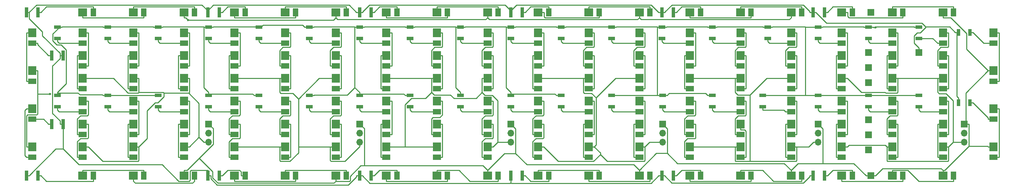
<source format=gbr>
G04 #@! TF.GenerationSoftware,KiCad,Pcbnew,5.1.3-ffb9f22~84~ubuntu18.04.1*
G04 #@! TF.CreationDate,2019-07-30T21:27:14-07:00*
G04 #@! TF.ProjectId,Blinkers,426c696e-6b65-4727-932e-6b696361645f,rev?*
G04 #@! TF.SameCoordinates,Original*
G04 #@! TF.FileFunction,Copper,L1,Top*
G04 #@! TF.FilePolarity,Positive*
%FSLAX46Y46*%
G04 Gerber Fmt 4.6, Leading zero omitted, Abs format (unit mm)*
G04 Created by KiCad (PCBNEW 5.1.3-ffb9f22~84~ubuntu18.04.1) date 2019-07-30 21:27:14*
%MOMM*%
%LPD*%
G04 APERTURE LIST*
%ADD10R,1.700000X0.900000*%
%ADD11R,0.900000X1.700000*%
%ADD12R,1.700000X1.700000*%
%ADD13O,1.700000X1.700000*%
%ADD14R,0.900000X2.540000*%
%ADD15R,2.300000X2.100000*%
%ADD16R,1.400000X2.100000*%
%ADD17R,2.100000X2.300000*%
%ADD18R,2.100000X1.400000*%
%ADD19C,0.600000*%
%ADD20C,0.250000*%
G04 APERTURE END LIST*
D10*
X241300000Y-106138000D03*
X241300000Y-109038000D03*
X241300000Y-88812500D03*
X241300000Y-91712500D03*
X228600000Y-106138000D03*
X228600000Y-109038000D03*
X228600000Y-88812500D03*
X228600000Y-91712500D03*
X215900000Y-106138000D03*
X215900000Y-109038000D03*
X215900000Y-88812500D03*
X215900000Y-91712500D03*
X201930000Y-106138000D03*
X201930000Y-109038000D03*
X203200000Y-88812500D03*
X203200000Y-91712500D03*
X189230000Y-106138000D03*
X189230000Y-109038000D03*
X189230000Y-88812500D03*
X189230000Y-91712500D03*
X176710000Y-106138000D03*
X176710000Y-109038000D03*
X176530000Y-88812500D03*
X176530000Y-91712500D03*
X163830000Y-106138000D03*
X163830000Y-109038000D03*
X163830000Y-91712500D03*
X163830000Y-88812500D03*
X151130000Y-106138000D03*
X151130000Y-109038000D03*
X151130000Y-88812500D03*
X151130000Y-91712500D03*
X138430000Y-106138000D03*
X138430000Y-109038000D03*
X138430000Y-88812500D03*
X138430000Y-91712500D03*
D11*
X251280000Y-107950000D03*
X254180000Y-107950000D03*
X251280000Y-90170000D03*
X254180000Y-90170000D03*
D10*
X125730000Y-106138000D03*
X125730000Y-109038000D03*
X125730000Y-88812500D03*
X125730000Y-91712500D03*
X113030000Y-106138000D03*
X113030000Y-109038000D03*
X113030000Y-88812500D03*
X113030000Y-91712500D03*
X100330000Y-106138000D03*
X100330000Y-109038000D03*
X100330000Y-88812500D03*
X100330000Y-91712500D03*
X87630000Y-106138000D03*
X87630000Y-109038000D03*
X87630000Y-88812500D03*
X87630000Y-91712500D03*
X74930000Y-106138000D03*
X74930000Y-109038000D03*
X74930000Y-88812500D03*
X74930000Y-91712500D03*
X62230000Y-106138000D03*
X62230000Y-109038000D03*
X62230000Y-88812500D03*
X62230000Y-91712500D03*
X49530000Y-106138000D03*
X49530000Y-109038000D03*
X49530000Y-88812500D03*
X49530000Y-91712500D03*
X36830000Y-106138000D03*
X36830000Y-109038000D03*
X36830000Y-88812500D03*
X36830000Y-91712500D03*
X24130000Y-106138000D03*
X24130000Y-109038000D03*
X24130000Y-88812500D03*
X24130000Y-91712500D03*
D12*
X241300000Y-95250000D03*
X228600000Y-116070000D03*
X228600000Y-112260000D03*
X228600000Y-99060000D03*
X228600000Y-95250000D03*
X62230000Y-113362000D03*
D13*
X62230000Y-115648000D03*
X62230000Y-117934000D03*
D14*
X22680000Y-96037500D03*
X25580000Y-96037500D03*
X22680000Y-113362000D03*
X25580000Y-113362000D03*
X19230000Y-85090000D03*
X16330000Y-85090000D03*
X19230000Y-126470000D03*
X16330000Y-126470000D03*
X64950000Y-85090000D03*
X62050000Y-85090000D03*
X64950000Y-126470000D03*
X62050000Y-126470000D03*
X103230000Y-85090000D03*
X100330000Y-85090000D03*
X103230000Y-126470000D03*
X100330000Y-126470000D03*
X141330000Y-85090000D03*
X138430000Y-85090000D03*
X141330000Y-126470000D03*
X138430000Y-126470000D03*
X179430000Y-85090000D03*
X176530000Y-85090000D03*
X179430000Y-126470000D03*
X176530000Y-126470000D03*
X217530000Y-85090000D03*
X214630000Y-85090000D03*
X217530000Y-126470000D03*
X214630000Y-126470000D03*
D15*
X196378000Y-85090000D03*
D16*
X199028000Y-85090000D03*
D17*
X17780000Y-90262500D03*
D18*
X17780000Y-92912500D03*
D17*
X17780000Y-99887500D03*
D18*
X17780000Y-102537500D03*
D17*
X17780000Y-109512000D03*
D18*
X17780000Y-112162000D03*
D17*
X17780000Y-119138000D03*
D18*
X17780000Y-121788000D03*
D15*
X30537000Y-85090000D03*
D16*
X33187000Y-85090000D03*
D15*
X30537000Y-126470000D03*
D16*
X33187000Y-126470000D03*
D15*
X43294000Y-85090000D03*
D16*
X45944000Y-85090000D03*
D15*
X43294000Y-126470000D03*
D16*
X45944000Y-126470000D03*
D15*
X56051000Y-85090000D03*
D16*
X58701000Y-85090000D03*
D15*
X56051000Y-126470000D03*
D16*
X58701000Y-126470000D03*
D15*
X68808000Y-85090000D03*
D16*
X71458000Y-85090000D03*
D15*
X68808000Y-126470000D03*
D16*
X71458000Y-126470000D03*
D15*
X81565000Y-85090000D03*
D16*
X84215000Y-85090000D03*
D15*
X81565000Y-126470000D03*
D16*
X84215000Y-126470000D03*
D15*
X94322000Y-85090000D03*
D16*
X96972000Y-85090000D03*
D15*
X94322000Y-126470000D03*
D16*
X96972000Y-126470000D03*
D15*
X107079000Y-85090000D03*
D16*
X109729000Y-85090000D03*
D15*
X107079000Y-126470000D03*
D16*
X109729000Y-126470000D03*
D15*
X119836000Y-85090000D03*
D16*
X122486000Y-85090000D03*
D15*
X119836000Y-126470000D03*
D16*
X122486000Y-126470000D03*
D15*
X132593000Y-85090000D03*
D16*
X135243000Y-85090000D03*
D15*
X132593000Y-126470000D03*
D16*
X135243000Y-126470000D03*
D17*
X260160000Y-90262500D03*
D18*
X260160000Y-92912500D03*
D17*
X260160000Y-99887500D03*
D18*
X260160000Y-102537500D03*
D17*
X260160000Y-109512000D03*
D18*
X260160000Y-112162000D03*
D15*
X145350000Y-85090000D03*
D16*
X148000000Y-85090000D03*
D15*
X145350000Y-126470000D03*
D16*
X148000000Y-126470000D03*
D15*
X158107000Y-85090000D03*
D16*
X160757000Y-85090000D03*
D15*
X158107000Y-126470000D03*
D16*
X160757000Y-126470000D03*
D15*
X170864000Y-85090000D03*
D16*
X173514000Y-85090000D03*
D15*
X170864000Y-126470000D03*
D16*
X173514000Y-126470000D03*
D15*
X183621000Y-85090000D03*
D16*
X186271000Y-85090000D03*
D15*
X183621000Y-126470000D03*
D16*
X186271000Y-126470000D03*
D15*
X196378000Y-126470000D03*
D16*
X199028000Y-126470000D03*
D15*
X209135000Y-85090000D03*
D16*
X211785000Y-85090000D03*
D15*
X209135000Y-126470000D03*
D16*
X211785000Y-126470000D03*
D15*
X221892000Y-85090000D03*
D16*
X224542000Y-85090000D03*
D15*
X221892000Y-126470000D03*
D16*
X224542000Y-126470000D03*
D15*
X234649000Y-85090000D03*
D16*
X237299000Y-85090000D03*
D15*
X234649000Y-126470000D03*
D16*
X237299000Y-126470000D03*
D15*
X247406000Y-85090000D03*
D16*
X250056000Y-85090000D03*
D15*
X247406000Y-126470000D03*
D16*
X250056000Y-126470000D03*
D17*
X260160000Y-119138000D03*
D18*
X260160000Y-121788000D03*
D17*
X247406000Y-119138000D03*
D18*
X247406000Y-121788000D03*
X234649000Y-121788000D03*
D17*
X234649000Y-119138000D03*
D18*
X221892000Y-121788000D03*
D17*
X221892000Y-119138000D03*
D18*
X209135000Y-121788000D03*
D17*
X209135000Y-119138000D03*
D18*
X196378000Y-121788000D03*
D17*
X196378000Y-119138000D03*
D18*
X183621000Y-121788000D03*
D17*
X183621000Y-119138000D03*
D18*
X170864000Y-121788000D03*
D17*
X170864000Y-119138000D03*
D18*
X158107000Y-121788000D03*
D17*
X158107000Y-119138000D03*
D18*
X145350000Y-121788000D03*
D17*
X145350000Y-119138000D03*
D18*
X132593000Y-121788000D03*
D17*
X132593000Y-119138000D03*
D18*
X119836000Y-121788000D03*
D17*
X119836000Y-119138000D03*
D18*
X107079000Y-121788000D03*
D17*
X107079000Y-119138000D03*
D18*
X94322000Y-121788000D03*
D17*
X94322000Y-119138000D03*
D18*
X81565000Y-121788000D03*
D17*
X81565000Y-119138000D03*
D18*
X68808000Y-121788000D03*
D17*
X68808000Y-119138000D03*
D18*
X56051000Y-121788000D03*
D17*
X56051000Y-119138000D03*
D18*
X43294000Y-121788000D03*
D17*
X43294000Y-119138000D03*
X30537000Y-119138000D03*
D18*
X30537000Y-121788000D03*
D17*
X247406000Y-113362000D03*
D18*
X247406000Y-116012000D03*
X234649000Y-116012000D03*
D17*
X234649000Y-113362000D03*
D18*
X221892000Y-116012000D03*
D17*
X221892000Y-113362000D03*
D18*
X209135000Y-116012000D03*
D17*
X209135000Y-113362000D03*
D18*
X196378000Y-116012000D03*
D17*
X196378000Y-113362000D03*
D18*
X183621000Y-116012000D03*
D17*
X183621000Y-113362000D03*
D18*
X170864000Y-116012000D03*
D17*
X170864000Y-113362000D03*
D18*
X158107000Y-116012000D03*
D17*
X158107000Y-113362000D03*
D18*
X145350000Y-116012000D03*
D17*
X145350000Y-113362000D03*
D18*
X132593000Y-116012000D03*
D17*
X132593000Y-113362000D03*
D18*
X119836000Y-116012000D03*
D17*
X119836000Y-113362000D03*
D18*
X107079000Y-116012000D03*
D17*
X107079000Y-113362000D03*
D18*
X94322000Y-116012000D03*
D17*
X94322000Y-113362000D03*
D18*
X81565000Y-116012000D03*
D17*
X81565000Y-113362000D03*
D18*
X68808000Y-116012000D03*
D17*
X68808000Y-113362000D03*
D18*
X56051000Y-116012000D03*
D17*
X56051000Y-113362000D03*
D18*
X43294000Y-116012000D03*
D17*
X43294000Y-113362000D03*
X30537000Y-113362000D03*
D18*
X30537000Y-116012000D03*
D17*
X247406000Y-107588000D03*
D18*
X247406000Y-110238000D03*
X234649000Y-110238000D03*
D17*
X234649000Y-107588000D03*
D18*
X221892000Y-110238000D03*
D17*
X221892000Y-107588000D03*
D18*
X209135000Y-110238000D03*
D17*
X209135000Y-107588000D03*
D18*
X196378000Y-110238000D03*
D17*
X196378000Y-107588000D03*
D18*
X183621000Y-110238000D03*
D17*
X183621000Y-107588000D03*
D18*
X170864000Y-110238000D03*
D17*
X170864000Y-107588000D03*
D18*
X158107000Y-110238000D03*
D17*
X158107000Y-107588000D03*
D18*
X145350000Y-110238000D03*
D17*
X145350000Y-107588000D03*
D18*
X132593000Y-110238000D03*
D17*
X132593000Y-107588000D03*
D18*
X119836000Y-110238000D03*
D17*
X119836000Y-107588000D03*
D18*
X107079000Y-110238000D03*
D17*
X107079000Y-107588000D03*
D18*
X94322000Y-110238000D03*
D17*
X94322000Y-107588000D03*
D18*
X81565000Y-110238000D03*
D17*
X81565000Y-107588000D03*
D18*
X68808000Y-110238000D03*
D17*
X68808000Y-107588000D03*
D18*
X56051000Y-110238000D03*
D17*
X56051000Y-107588000D03*
D18*
X43294000Y-110238000D03*
D17*
X43294000Y-107588000D03*
D18*
X30537000Y-110238000D03*
D17*
X30537000Y-107588000D03*
D18*
X247406000Y-104462000D03*
D17*
X247406000Y-101812000D03*
D18*
X234649000Y-104462000D03*
D17*
X234649000Y-101812000D03*
D18*
X221892000Y-104462000D03*
D17*
X221892000Y-101812000D03*
D18*
X209135000Y-104462000D03*
D17*
X209135000Y-101812000D03*
D18*
X196378000Y-104462000D03*
D17*
X196378000Y-101812000D03*
D18*
X183621000Y-104462000D03*
D17*
X183621000Y-101812000D03*
D18*
X170864000Y-104462000D03*
D17*
X170864000Y-101812000D03*
D18*
X158107000Y-104462000D03*
D17*
X158107000Y-101812000D03*
D18*
X145350000Y-104462000D03*
D17*
X145350000Y-101812000D03*
D18*
X132593000Y-104462000D03*
D17*
X132593000Y-101812000D03*
D18*
X119836000Y-104462000D03*
D17*
X119836000Y-101812000D03*
D18*
X107079000Y-104462000D03*
D17*
X107079000Y-101812000D03*
D18*
X94322000Y-104462000D03*
D17*
X94322000Y-101812000D03*
D18*
X81565000Y-104462000D03*
D17*
X81565000Y-101812000D03*
D18*
X68808000Y-104462000D03*
D17*
X68808000Y-101812000D03*
D18*
X56051000Y-104462000D03*
D17*
X56051000Y-101812000D03*
D18*
X43294000Y-104462000D03*
D17*
X43294000Y-101812000D03*
D18*
X30537000Y-104462000D03*
D17*
X30537000Y-101812000D03*
D18*
X247406000Y-98687500D03*
D17*
X247406000Y-96037500D03*
D18*
X234649000Y-98687500D03*
D17*
X234649000Y-96037500D03*
D18*
X221892000Y-98687500D03*
D17*
X221892000Y-96037500D03*
D18*
X209135000Y-98687500D03*
D17*
X209135000Y-96037500D03*
D18*
X196378000Y-98687500D03*
D17*
X196378000Y-96037500D03*
D18*
X183621000Y-98687500D03*
D17*
X183621000Y-96037500D03*
D18*
X170864000Y-98687500D03*
D17*
X170864000Y-96037500D03*
D18*
X158107000Y-98687500D03*
D17*
X158107000Y-96037500D03*
D18*
X145350000Y-98687500D03*
D17*
X145350000Y-96037500D03*
D18*
X132593000Y-98687500D03*
D17*
X132593000Y-96037500D03*
D18*
X119836000Y-98687500D03*
D17*
X119836000Y-96037500D03*
D18*
X107079000Y-98687500D03*
D17*
X107079000Y-96037500D03*
D18*
X94322000Y-98687500D03*
D17*
X94322000Y-96037500D03*
D18*
X81565000Y-98687500D03*
D17*
X81565000Y-96037500D03*
D18*
X68808000Y-98687500D03*
D17*
X68808000Y-96037500D03*
D18*
X56051000Y-98687500D03*
D17*
X56051000Y-96037500D03*
D18*
X43294000Y-98687500D03*
D17*
X43294000Y-96037500D03*
D18*
X30537000Y-98687500D03*
D17*
X30537000Y-96037500D03*
D18*
X247406000Y-92912500D03*
D17*
X247406000Y-90262500D03*
D18*
X234649000Y-92912500D03*
D17*
X234649000Y-90262500D03*
D18*
X221892000Y-92912500D03*
D17*
X221892000Y-90262500D03*
D18*
X209135000Y-92912500D03*
D17*
X209135000Y-90262500D03*
D18*
X196378000Y-92912500D03*
D17*
X196378000Y-90262500D03*
D18*
X183621000Y-92912500D03*
D17*
X183621000Y-90262500D03*
D18*
X170864000Y-92912500D03*
D17*
X170864000Y-90262500D03*
D18*
X158107000Y-92912500D03*
D17*
X158107000Y-90262500D03*
D18*
X145350000Y-92912500D03*
D17*
X145350000Y-90262500D03*
D18*
X132593000Y-92912500D03*
D17*
X132593000Y-90262500D03*
D18*
X119836000Y-92912500D03*
D17*
X119836000Y-90262500D03*
D18*
X107079000Y-92912500D03*
D17*
X107079000Y-90262500D03*
D18*
X94322000Y-92912500D03*
D17*
X94322000Y-90262500D03*
D18*
X81565000Y-92912500D03*
D17*
X81565000Y-90262500D03*
D18*
X68808000Y-92912500D03*
D17*
X68808000Y-90262500D03*
D18*
X56051000Y-92912500D03*
D17*
X56051000Y-90262500D03*
D18*
X43294000Y-92912500D03*
D17*
X43294000Y-90262500D03*
X30537000Y-90262500D03*
D18*
X30537000Y-92912500D03*
D12*
X229200000Y-85090000D03*
X229200000Y-126470000D03*
X228600000Y-119880000D03*
D13*
X100330000Y-117934000D03*
X100330000Y-115648000D03*
D12*
X100330000Y-113362000D03*
D13*
X138430000Y-117934000D03*
X138430000Y-115648000D03*
D12*
X138430000Y-113362000D03*
X228600000Y-102870000D03*
D13*
X176710000Y-117934000D03*
X176710000Y-115648000D03*
D12*
X176710000Y-113362000D03*
D13*
X215900000Y-117934000D03*
X215900000Y-115648000D03*
D12*
X215900000Y-113362000D03*
D13*
X252730000Y-117934000D03*
X252730000Y-115648000D03*
D12*
X252730000Y-113362000D03*
D19*
X22281600Y-105779300D03*
X57059700Y-87042400D03*
X230378900Y-88928400D03*
D20*
X30537000Y-90262500D02*
X31912300Y-90262500D01*
X30537000Y-98687500D02*
X31912300Y-98687500D01*
X31912300Y-98687500D02*
X31912300Y-90262500D01*
X24130000Y-91712500D02*
X24130000Y-92487800D01*
X30537000Y-92912500D02*
X24554700Y-92912500D01*
X24554700Y-92912500D02*
X24130000Y-92487800D01*
X30537000Y-119138000D02*
X31912300Y-119138000D01*
X44669300Y-119138000D02*
X44669300Y-122655600D01*
X44669300Y-122655600D02*
X44511500Y-122813400D01*
X44511500Y-122813400D02*
X35587700Y-122813400D01*
X35587700Y-122813400D02*
X31912300Y-119138000D01*
X44556700Y-119138000D02*
X44669300Y-119138000D01*
X43294000Y-119138000D02*
X44556700Y-119138000D01*
X59842500Y-116721800D02*
X61054700Y-117934000D01*
X57226900Y-105530900D02*
X59842500Y-108146500D01*
X59842500Y-108146500D02*
X59842500Y-116721800D01*
X57426300Y-119138000D02*
X59842500Y-116721800D01*
X56051000Y-119138000D02*
X57426300Y-119138000D01*
X62230000Y-117934000D02*
X61054700Y-117934000D01*
X51024000Y-105530900D02*
X50843900Y-105350800D01*
X50843900Y-105350800D02*
X44669300Y-105350800D01*
X44669300Y-119138000D02*
X46737200Y-117070100D01*
X46737200Y-117070100D02*
X46737200Y-110017000D01*
X46737200Y-110017000D02*
X48810200Y-107944000D01*
X48810200Y-107944000D02*
X49502100Y-107944000D01*
X49502100Y-107944000D02*
X51024000Y-106422100D01*
X51024000Y-106422100D02*
X51024000Y-105530900D01*
X51024000Y-105530900D02*
X57226900Y-105530900D01*
X57226900Y-105530900D02*
X57426300Y-105331500D01*
X57426300Y-105331500D02*
X57426300Y-101812000D01*
X44669300Y-105350800D02*
X44669300Y-101812000D01*
X30537000Y-101812000D02*
X38299600Y-101812000D01*
X38299600Y-101812000D02*
X41975000Y-105487400D01*
X41975000Y-105487400D02*
X44532700Y-105487400D01*
X44532700Y-105487400D02*
X44669300Y-105350800D01*
X43294000Y-101812000D02*
X44669300Y-101812000D01*
X56051000Y-101812000D02*
X57426300Y-101812000D01*
X101511700Y-123929400D02*
X131427700Y-123929400D01*
X131427700Y-123929400D02*
X132593000Y-125094700D01*
X101511700Y-123929400D02*
X101511700Y-114543700D01*
X101511700Y-114543700D02*
X100330000Y-113362000D01*
X94322000Y-127845300D02*
X97806800Y-127845300D01*
X97806800Y-127845300D02*
X97997300Y-127654800D01*
X97997300Y-127654800D02*
X97997300Y-126580300D01*
X97997300Y-126580300D02*
X100648200Y-123929400D01*
X100648200Y-123929400D02*
X101511700Y-123929400D01*
X139649000Y-120820200D02*
X136867500Y-120820200D01*
X136867500Y-120820200D02*
X132593000Y-125094700D01*
X170864000Y-125094800D02*
X169435700Y-123666500D01*
X169435700Y-123666500D02*
X142495300Y-123666500D01*
X142495300Y-123666500D02*
X139649000Y-120820200D01*
X139649000Y-120820200D02*
X139649000Y-114581000D01*
X139649000Y-114581000D02*
X138430000Y-113362000D01*
X132593000Y-126470000D02*
X132593000Y-125094700D01*
X170864000Y-125094800D02*
X170864000Y-125094700D01*
X170864000Y-126470000D02*
X170864000Y-125207300D01*
X170864000Y-125207300D02*
X170864000Y-125094800D01*
X170864000Y-86465300D02*
X170413600Y-86915700D01*
X170413600Y-86915700D02*
X133043400Y-86915700D01*
X133043400Y-86915700D02*
X132593000Y-86465300D01*
X59873200Y-122035200D02*
X63275600Y-125437600D01*
X63275600Y-125437600D02*
X63275600Y-126996000D01*
X63275600Y-126996000D02*
X64620600Y-128341000D01*
X64620600Y-128341000D02*
X93826300Y-128341000D01*
X93826300Y-128341000D02*
X94322000Y-127845300D01*
X59873200Y-122035200D02*
X56813700Y-125094700D01*
X56813700Y-125094700D02*
X56051000Y-125094700D01*
X62230000Y-113362000D02*
X63408200Y-114540200D01*
X63408200Y-114540200D02*
X63408200Y-118500200D01*
X63408200Y-118500200D02*
X59873200Y-122035200D01*
X56051000Y-126470000D02*
X56051000Y-125094700D01*
X177927000Y-120806700D02*
X175152000Y-120806700D01*
X175152000Y-120806700D02*
X170864000Y-125094700D01*
X209135000Y-125094700D02*
X207415700Y-123375400D01*
X207415700Y-123375400D02*
X180495700Y-123375400D01*
X180495700Y-123375400D02*
X177927000Y-120806700D01*
X177927000Y-120806700D02*
X177927000Y-114579000D01*
X177927000Y-114579000D02*
X176710000Y-113362000D01*
X217101500Y-123375400D02*
X210854300Y-123375400D01*
X210854300Y-123375400D02*
X209135000Y-125094700D01*
X209135000Y-86465300D02*
X208684600Y-86915700D01*
X208684600Y-86915700D02*
X171314400Y-86915700D01*
X171314400Y-86915700D02*
X170864000Y-86465300D01*
X94322000Y-86465300D02*
X94772400Y-86915700D01*
X94772400Y-86915700D02*
X132142600Y-86915700D01*
X132142600Y-86915700D02*
X132593000Y-86465300D01*
X132593000Y-85090000D02*
X132593000Y-86465300D01*
X57059700Y-87042400D02*
X93744900Y-87042400D01*
X93744900Y-87042400D02*
X94322000Y-86465300D01*
X170864000Y-85090000D02*
X170864000Y-86465300D01*
X209135000Y-85090000D02*
X209135000Y-86465300D01*
X94322000Y-126470000D02*
X94322000Y-127845300D01*
X247406000Y-125094700D02*
X246955700Y-124644400D01*
X246955700Y-124644400D02*
X232200900Y-124644400D01*
X232200900Y-124644400D02*
X230375300Y-126470000D01*
X228024700Y-126470000D02*
X224930100Y-123375400D01*
X224930100Y-123375400D02*
X217101500Y-123375400D01*
X217101500Y-123375400D02*
X217101500Y-114563500D01*
X217101500Y-114563500D02*
X215900000Y-113362000D01*
X209135000Y-126470000D02*
X209135000Y-125094700D01*
X56051000Y-86465300D02*
X56482600Y-86465300D01*
X56482600Y-86465300D02*
X57059700Y-87042400D01*
X94322000Y-85090000D02*
X94322000Y-86465300D01*
X19155300Y-105779300D02*
X22281600Y-105779300D01*
X19155300Y-105779300D02*
X19155300Y-110834300D01*
X19155300Y-110834300D02*
X18927600Y-111062000D01*
X18927600Y-111062000D02*
X16642200Y-111062000D01*
X16642200Y-111062000D02*
X16404700Y-111299500D01*
X16404700Y-111299500D02*
X16404700Y-119138000D01*
X19155300Y-99887500D02*
X19155300Y-105779300D01*
X247406000Y-85090000D02*
X247406000Y-86465300D01*
X247406000Y-86465300D02*
X249347900Y-86465300D01*
X249347900Y-86465300D02*
X253355000Y-90472400D01*
X253355000Y-90472400D02*
X253355000Y-94457800D01*
X253355000Y-94457800D02*
X258784700Y-99887500D01*
X260160000Y-99887500D02*
X258784700Y-99887500D01*
X253180000Y-113362000D02*
X253180000Y-105492200D01*
X253180000Y-105492200D02*
X258784700Y-99887500D01*
X253180000Y-113362000D02*
X253905300Y-113362000D01*
X252730000Y-113362000D02*
X253180000Y-113362000D01*
X229200000Y-126470000D02*
X230375300Y-126470000D01*
X253905300Y-119011100D02*
X247821700Y-125094700D01*
X247821700Y-125094700D02*
X247406000Y-125094700D01*
X229200000Y-126470000D02*
X228024700Y-126470000D01*
X56051000Y-85090000D02*
X56051000Y-86465300D01*
X17780000Y-119138000D02*
X16404700Y-119138000D01*
X17780000Y-99887500D02*
X19155300Y-99887500D01*
X258784700Y-119138000D02*
X258657800Y-119011100D01*
X258657800Y-119011100D02*
X253905300Y-119011100D01*
X253905300Y-119011100D02*
X253905300Y-113362000D01*
X247406000Y-126470000D02*
X247406000Y-125094700D01*
X260160000Y-119138000D02*
X258784700Y-119138000D01*
X137254700Y-88812500D02*
X137229300Y-88787100D01*
X137229300Y-88787100D02*
X126930700Y-88787100D01*
X126930700Y-88787100D02*
X126905300Y-88812500D01*
X137254700Y-88812500D02*
X137254700Y-104187400D01*
X137254700Y-104187400D02*
X138430000Y-105362700D01*
X125730000Y-88812500D02*
X126905300Y-88812500D01*
X24180300Y-105362700D02*
X24180300Y-105414100D01*
X24180300Y-105414100D02*
X24253400Y-105487200D01*
X24253400Y-105487200D02*
X29352100Y-105487200D01*
X29352100Y-105487200D02*
X29802700Y-105937800D01*
X29802700Y-105937800D02*
X35454500Y-105937800D01*
X35454500Y-105937800D02*
X35654700Y-106138000D01*
X24717700Y-88812500D02*
X22954600Y-90575600D01*
X22954600Y-90575600D02*
X22954600Y-92302600D01*
X22954600Y-92302600D02*
X24014900Y-93362900D01*
X24014900Y-93362900D02*
X25112100Y-93362900D01*
X25112100Y-93362900D02*
X26355400Y-94606200D01*
X26355400Y-94606200D02*
X26355400Y-103187600D01*
X26355400Y-103187600D02*
X24180300Y-105362700D01*
X24180300Y-105362700D02*
X24130000Y-105362700D01*
X36830000Y-106138000D02*
X35654700Y-106138000D01*
X24130000Y-106138000D02*
X24130000Y-105362700D01*
X24717700Y-88812500D02*
X25305300Y-88812500D01*
X24130000Y-88812500D02*
X24717700Y-88812500D01*
X228600000Y-106112600D02*
X240099300Y-106112600D01*
X240099300Y-106112600D02*
X240124700Y-106138000D01*
X212717400Y-88812500D02*
X212692000Y-88787100D01*
X212692000Y-88787100D02*
X204400700Y-88787100D01*
X204400700Y-88787100D02*
X204375300Y-88812500D01*
X212717400Y-106112600D02*
X212717400Y-88812500D01*
X212717400Y-88812500D02*
X214724700Y-88812500D01*
X212717400Y-106112600D02*
X214699300Y-106112600D01*
X214699300Y-106112600D02*
X214724700Y-106138000D01*
X203105300Y-106138000D02*
X203130700Y-106112600D01*
X203130700Y-106112600D02*
X212717400Y-106112600D01*
X215900000Y-106138000D02*
X214724700Y-106138000D01*
X201930000Y-106138000D02*
X203105300Y-106138000D01*
X215900000Y-88812500D02*
X214724700Y-88812500D01*
X203200000Y-88812500D02*
X204375300Y-88812500D01*
X202612400Y-88812500D02*
X203200000Y-88812500D01*
X202612400Y-88812500D02*
X202024700Y-88812500D01*
X215900000Y-88812500D02*
X217075300Y-88812500D01*
X217075300Y-88812500D02*
X217152800Y-88735000D01*
X217152800Y-88735000D02*
X227347200Y-88735000D01*
X227347200Y-88735000D02*
X227424700Y-88812500D01*
X125198700Y-88812500D02*
X125730000Y-88812500D01*
X151130000Y-88812500D02*
X152305300Y-88812500D01*
X164417700Y-88812500D02*
X164392300Y-88787100D01*
X164392300Y-88787100D02*
X152330700Y-88787100D01*
X152330700Y-88787100D02*
X152305300Y-88812500D01*
X164417700Y-88812500D02*
X165005300Y-88812500D01*
X163830000Y-88812500D02*
X164417700Y-88812500D01*
X175354700Y-88812500D02*
X175329300Y-88787100D01*
X175329300Y-88787100D02*
X165030700Y-88787100D01*
X165030700Y-88787100D02*
X165005300Y-88812500D01*
X175354700Y-88812500D02*
X175354700Y-106112600D01*
X241300000Y-106138000D02*
X240124700Y-106138000D01*
X217075300Y-106138000D02*
X217100700Y-106112600D01*
X217100700Y-106112600D02*
X228600000Y-106112600D01*
X230378900Y-88928400D02*
X230520200Y-88787100D01*
X230520200Y-88787100D02*
X240099300Y-88787100D01*
X240099300Y-88787100D02*
X240124700Y-88812500D01*
X230378900Y-88928400D02*
X229891200Y-88928400D01*
X229891200Y-88928400D02*
X229775300Y-88812500D01*
X241300000Y-88812500D02*
X240124700Y-88812500D01*
X228600000Y-88812500D02*
X229775300Y-88812500D01*
X151130000Y-106138000D02*
X149954700Y-106138000D01*
X138430000Y-105750300D02*
X149567000Y-105750300D01*
X149567000Y-105750300D02*
X149954700Y-106138000D01*
X138430000Y-105750300D02*
X138430000Y-105362700D01*
X138430000Y-106138000D02*
X138430000Y-105750300D01*
X125198700Y-88812500D02*
X124667300Y-88812500D01*
X113030000Y-106138000D02*
X111854700Y-106138000D01*
X100330000Y-105750300D02*
X111467000Y-105750300D01*
X111467000Y-105750300D02*
X111854700Y-106138000D01*
X100330000Y-105750300D02*
X100330000Y-105362700D01*
X100330000Y-106138000D02*
X100330000Y-105750300D01*
X87630000Y-106138000D02*
X88805300Y-106138000D01*
X99102400Y-104135100D02*
X100330000Y-105362700D01*
X99102400Y-88812500D02*
X99102400Y-104135100D01*
X88805300Y-106138000D02*
X88918300Y-106025000D01*
X88918300Y-106025000D02*
X97212500Y-106025000D01*
X97212500Y-106025000D02*
X99102400Y-104135100D01*
X99102400Y-88812500D02*
X99042900Y-88753000D01*
X99042900Y-88753000D02*
X88864800Y-88753000D01*
X88864800Y-88753000D02*
X88805300Y-88812500D01*
X99267300Y-88812500D02*
X99102400Y-88812500D01*
X74930000Y-106138000D02*
X73754700Y-106138000D01*
X62230000Y-105750300D02*
X73367000Y-105750300D01*
X73367000Y-105750300D02*
X73754700Y-106138000D01*
X62230000Y-105750300D02*
X62230000Y-105362700D01*
X62230000Y-106138000D02*
X62230000Y-105750300D01*
X61054700Y-88812500D02*
X61054700Y-104187400D01*
X61054700Y-104187400D02*
X62230000Y-105362700D01*
X50705300Y-88812500D02*
X50730700Y-88787100D01*
X50730700Y-88787100D02*
X61029300Y-88787100D01*
X61029300Y-88787100D02*
X61054700Y-88812500D01*
X138430000Y-88812500D02*
X137254700Y-88812500D01*
X138430000Y-88812500D02*
X139605300Y-88812500D01*
X149954700Y-88812500D02*
X149929400Y-88787200D01*
X149929400Y-88787200D02*
X139630600Y-88787200D01*
X139630600Y-88787200D02*
X139605300Y-88812500D01*
X49530000Y-88812500D02*
X48354700Y-88812500D01*
X36242400Y-88812500D02*
X36267800Y-88787100D01*
X36267800Y-88787100D02*
X48329300Y-88787100D01*
X48329300Y-88787100D02*
X48354700Y-88812500D01*
X36242400Y-88812500D02*
X35654700Y-88812500D01*
X36830000Y-88812500D02*
X36242400Y-88812500D01*
X49530000Y-88812500D02*
X50705300Y-88812500D01*
X25305300Y-88812500D02*
X25330700Y-88787100D01*
X25330700Y-88787100D02*
X35629300Y-88787100D01*
X35629300Y-88787100D02*
X35654700Y-88812500D01*
X100330000Y-88812500D02*
X99267300Y-88812500D01*
X100330000Y-88812500D02*
X101505300Y-88812500D01*
X101505300Y-88812500D02*
X101579100Y-88738700D01*
X101579100Y-88738700D02*
X111780900Y-88738700D01*
X111780900Y-88738700D02*
X111854700Y-88812500D01*
X87630000Y-88812500D02*
X88805300Y-88812500D01*
X75517700Y-88812500D02*
X76009000Y-88321200D01*
X76009000Y-88321200D02*
X85963400Y-88321200D01*
X85963400Y-88321200D02*
X86454700Y-88812500D01*
X87630000Y-88812500D02*
X86454700Y-88812500D01*
X75517700Y-88812500D02*
X75492300Y-88787100D01*
X75492300Y-88787100D02*
X63430700Y-88787100D01*
X63430700Y-88787100D02*
X63405300Y-88812500D01*
X215900000Y-106138000D02*
X217075300Y-106138000D01*
X228600000Y-106138000D02*
X228600000Y-106112600D01*
X189230000Y-88812500D02*
X190405300Y-88812500D01*
X190405300Y-88812500D02*
X190467300Y-88750500D01*
X190467300Y-88750500D02*
X201962700Y-88750500D01*
X201962700Y-88750500D02*
X202024700Y-88812500D01*
X188642400Y-88812500D02*
X189230000Y-88812500D01*
X113030000Y-88812500D02*
X111854700Y-88812500D01*
X113030000Y-88812500D02*
X114205300Y-88812500D01*
X124554700Y-88812500D02*
X124494000Y-88751800D01*
X124494000Y-88751800D02*
X114266000Y-88751800D01*
X114266000Y-88751800D02*
X114205300Y-88812500D01*
X124667300Y-88812500D02*
X124554700Y-88812500D01*
X124554700Y-88812500D02*
X124554700Y-104187400D01*
X124554700Y-104187400D02*
X125730000Y-105362700D01*
X62230000Y-88812500D02*
X61054700Y-88812500D01*
X62230000Y-88812500D02*
X63405300Y-88812500D01*
X74930000Y-88812500D02*
X75517700Y-88812500D01*
X228600000Y-88812500D02*
X227424700Y-88812500D01*
X175354700Y-106112600D02*
X175509300Y-106112600D01*
X175509300Y-106112600D02*
X175534700Y-106138000D01*
X165005300Y-106138000D02*
X165030700Y-106112600D01*
X165030700Y-106112600D02*
X175354700Y-106112600D01*
X125730000Y-106138000D02*
X125730000Y-105362700D01*
X188642400Y-88812500D02*
X188054700Y-88812500D01*
X176710000Y-106138000D02*
X175534700Y-106138000D01*
X176530000Y-88812500D02*
X177705300Y-88812500D01*
X176530000Y-88812500D02*
X175354700Y-88812500D01*
X177705300Y-88812500D02*
X177776600Y-88741200D01*
X177776600Y-88741200D02*
X187983400Y-88741200D01*
X187983400Y-88741200D02*
X188054700Y-88812500D01*
X151130000Y-88812500D02*
X149954700Y-88812500D01*
X49530000Y-106138000D02*
X48354700Y-106138000D01*
X48354700Y-106138000D02*
X48298600Y-106081900D01*
X48298600Y-106081900D02*
X38061400Y-106081900D01*
X38061400Y-106081900D02*
X38005300Y-106138000D01*
X36830000Y-106138000D02*
X38005300Y-106138000D01*
X189230000Y-106138000D02*
X188054700Y-106138000D01*
X176710000Y-106138000D02*
X177885300Y-106138000D01*
X177885300Y-106138000D02*
X178378100Y-105645200D01*
X178378100Y-105645200D02*
X187561900Y-105645200D01*
X187561900Y-105645200D02*
X188054700Y-106138000D01*
X163830000Y-106138000D02*
X165005300Y-106138000D01*
X17780000Y-90262500D02*
X16404700Y-90262500D01*
X17780000Y-102537500D02*
X16404700Y-102537500D01*
X16404700Y-102537500D02*
X16404700Y-90262500D01*
X17780000Y-92912500D02*
X19155300Y-92912500D01*
X22680000Y-96037500D02*
X21904700Y-96037500D01*
X19155300Y-92912500D02*
X19155300Y-93288100D01*
X19155300Y-93288100D02*
X21904700Y-96037500D01*
X16404700Y-109512000D02*
X15954400Y-109962300D01*
X15954400Y-109962300D02*
X15954400Y-121337700D01*
X15954400Y-121337700D02*
X16404700Y-121788000D01*
X17780000Y-109512000D02*
X16404700Y-109512000D01*
X17780000Y-121788000D02*
X16404700Y-121788000D01*
X22680000Y-113362000D02*
X21904700Y-113362000D01*
X17780000Y-112162000D02*
X20704700Y-112162000D01*
X20704700Y-112162000D02*
X21904700Y-113362000D01*
X30537000Y-85090000D02*
X30537000Y-86465300D01*
X45944000Y-85090000D02*
X45944000Y-86465300D01*
X45944000Y-86465300D02*
X30537000Y-86465300D01*
X19230000Y-85090000D02*
X20005300Y-85090000D01*
X33187000Y-85090000D02*
X33187000Y-83714700D01*
X33187000Y-83714700D02*
X21380600Y-83714700D01*
X21380600Y-83714700D02*
X20005300Y-85090000D01*
X30537000Y-126470000D02*
X30537000Y-125094700D01*
X45944000Y-126470000D02*
X45944000Y-125094700D01*
X45944000Y-125094700D02*
X30537000Y-125094700D01*
X19230000Y-126470000D02*
X20005300Y-126470000D01*
X33187000Y-126470000D02*
X33187000Y-127845300D01*
X33187000Y-127845300D02*
X21380600Y-127845300D01*
X21380600Y-127845300D02*
X20005300Y-126470000D01*
X43294000Y-85090000D02*
X43294000Y-83714700D01*
X58701000Y-85090000D02*
X58701000Y-83714700D01*
X58701000Y-83714700D02*
X43294000Y-83714700D01*
X43294000Y-126470000D02*
X43294000Y-127845300D01*
X58701000Y-126470000D02*
X58701000Y-127845300D01*
X58701000Y-127845300D02*
X58209800Y-128336500D01*
X58209800Y-128336500D02*
X43785200Y-128336500D01*
X43785200Y-128336500D02*
X43294000Y-127845300D01*
X68808000Y-101812000D02*
X80189700Y-101812000D01*
X84922700Y-107013900D02*
X90124600Y-101812000D01*
X90124600Y-101812000D02*
X94322000Y-101812000D01*
X84922700Y-119138000D02*
X84922700Y-107013900D01*
X84922700Y-107013900D02*
X83496700Y-105587900D01*
X83496700Y-105587900D02*
X80449200Y-105587900D01*
X80449200Y-105587900D02*
X80189700Y-105328400D01*
X80189700Y-105328400D02*
X80189700Y-101812000D01*
X81565000Y-101812000D02*
X80189700Y-101812000D01*
X100330000Y-117934000D02*
X100330000Y-119109300D01*
X100330000Y-119109300D02*
X96625900Y-122813400D01*
X96625900Y-122813400D02*
X93130500Y-122813400D01*
X93130500Y-122813400D02*
X92946700Y-122629600D01*
X92946700Y-122629600D02*
X92946700Y-119138000D01*
X80189700Y-119138000D02*
X80189700Y-122622900D01*
X80189700Y-122622900D02*
X80380200Y-122813400D01*
X80380200Y-122813400D02*
X82752200Y-122813400D01*
X82752200Y-122813400D02*
X84922700Y-120642900D01*
X84922700Y-120642900D02*
X84922700Y-119138000D01*
X92946700Y-119138000D02*
X84922700Y-119138000D01*
X80189700Y-119138000D02*
X68808000Y-119138000D01*
X81565000Y-119138000D02*
X80189700Y-119138000D01*
X94322000Y-119138000D02*
X92946700Y-119138000D01*
X68808000Y-85090000D02*
X68808000Y-86465300D01*
X84215000Y-85090000D02*
X84215000Y-86465300D01*
X84215000Y-86465300D02*
X68808000Y-86465300D01*
X64950000Y-85090000D02*
X65725300Y-85090000D01*
X71458000Y-85090000D02*
X71458000Y-83714700D01*
X71458000Y-83714700D02*
X67100600Y-83714700D01*
X67100600Y-83714700D02*
X65725300Y-85090000D01*
X68808000Y-126470000D02*
X68808000Y-127845300D01*
X84215000Y-126470000D02*
X84215000Y-127845300D01*
X84215000Y-127845300D02*
X68808000Y-127845300D01*
X64950000Y-126470000D02*
X65725300Y-126470000D01*
X71458000Y-126470000D02*
X70432700Y-126470000D01*
X70432700Y-126470000D02*
X70432700Y-125434600D01*
X70432700Y-125434600D02*
X70066800Y-125068700D01*
X70066800Y-125068700D02*
X67126600Y-125068700D01*
X67126600Y-125068700D02*
X65725300Y-126470000D01*
X81565000Y-85090000D02*
X81565000Y-83714700D01*
X96972000Y-85090000D02*
X96972000Y-83714700D01*
X96972000Y-83714700D02*
X81565000Y-83714700D01*
X81565000Y-126470000D02*
X81565000Y-125094700D01*
X96972000Y-126470000D02*
X96972000Y-125094700D01*
X96972000Y-125094700D02*
X81565000Y-125094700D01*
X111809800Y-119138000D02*
X108454300Y-119138000D01*
X119836000Y-119138000D02*
X111809800Y-119138000D01*
X118460700Y-105366700D02*
X116914000Y-106913400D01*
X116914000Y-106913400D02*
X113359000Y-106913400D01*
X113359000Y-106913400D02*
X111809800Y-108462600D01*
X111809800Y-108462600D02*
X111809800Y-119138000D01*
X118460700Y-105366700D02*
X119119000Y-106025000D01*
X119119000Y-106025000D02*
X123222300Y-106025000D01*
X123222300Y-106025000D02*
X124110700Y-106913400D01*
X124110700Y-106913400D02*
X129698000Y-106913400D01*
X129698000Y-106913400D02*
X131217700Y-105393700D01*
X118460700Y-101812000D02*
X118460700Y-105366700D01*
X107079000Y-101812000D02*
X118460700Y-101812000D01*
X131217700Y-105393700D02*
X131217700Y-101812000D01*
X135172300Y-117934000D02*
X135172300Y-107504200D01*
X135172300Y-107504200D02*
X133780700Y-106112600D01*
X133780700Y-106112600D02*
X131936600Y-106112600D01*
X131936600Y-106112600D02*
X131217700Y-105393700D01*
X135172300Y-117934000D02*
X133968300Y-119138000D01*
X138430000Y-117934000D02*
X135172300Y-117934000D01*
X132593000Y-101812000D02*
X131217700Y-101812000D01*
X119836000Y-101812000D02*
X118460700Y-101812000D01*
X132593000Y-119138000D02*
X133968300Y-119138000D01*
X107079000Y-119138000D02*
X108454300Y-119138000D01*
X107079000Y-85090000D02*
X107079000Y-86465300D01*
X122486000Y-85090000D02*
X122486000Y-86465300D01*
X122486000Y-86465300D02*
X107079000Y-86465300D01*
X103230000Y-85090000D02*
X104005300Y-85090000D01*
X109729000Y-85090000D02*
X109729000Y-83714700D01*
X109729000Y-83714700D02*
X105380600Y-83714700D01*
X105380600Y-83714700D02*
X104005300Y-85090000D01*
X107079000Y-127845300D02*
X122486000Y-127845300D01*
X107079000Y-126470000D02*
X107079000Y-127845300D01*
X122486000Y-126470000D02*
X122486000Y-127845300D01*
X103230000Y-126470000D02*
X104005300Y-126470000D01*
X109729000Y-126470000D02*
X109729000Y-125094700D01*
X109729000Y-125094700D02*
X105380600Y-125094700D01*
X105380600Y-125094700D02*
X104005300Y-126470000D01*
X119836000Y-85090000D02*
X119836000Y-83714700D01*
X135243000Y-85090000D02*
X135243000Y-83714700D01*
X135243000Y-83714700D02*
X119836000Y-83714700D01*
X119836000Y-126470000D02*
X119836000Y-125094700D01*
X135243000Y-126470000D02*
X135243000Y-127845300D01*
X135243000Y-127845300D02*
X128163700Y-127845300D01*
X128163700Y-127845300D02*
X125413100Y-125094700D01*
X125413100Y-125094700D02*
X119836000Y-125094700D01*
X260160000Y-90262500D02*
X261535300Y-90262500D01*
X260160000Y-102537500D02*
X261535300Y-102537500D01*
X261535300Y-102537500D02*
X261535300Y-90262500D01*
X254180000Y-90170000D02*
X254955300Y-90170000D01*
X260160000Y-92912500D02*
X257697800Y-92912500D01*
X257697800Y-92912500D02*
X254955300Y-90170000D01*
X260160000Y-109512000D02*
X261535300Y-109512000D01*
X260160000Y-121788000D02*
X261535300Y-121788000D01*
X261535300Y-121788000D02*
X261535300Y-109512000D01*
X260160000Y-112162000D02*
X258784700Y-112162000D01*
X254180000Y-107950000D02*
X254955300Y-107950000D01*
X258784700Y-112162000D02*
X258784700Y-111779400D01*
X258784700Y-111779400D02*
X254955300Y-107950000D01*
X161059900Y-121071900D02*
X159318400Y-122813400D01*
X159318400Y-122813400D02*
X150400700Y-122813400D01*
X150400700Y-122813400D02*
X146725300Y-119138000D01*
X156731700Y-101812000D02*
X156731700Y-105328400D01*
X156731700Y-105328400D02*
X156991200Y-105587900D01*
X156991200Y-105587900D02*
X158767000Y-105587900D01*
X158767000Y-105587900D02*
X159932700Y-106753600D01*
X159932700Y-106753600D02*
X159932700Y-118687600D01*
X159932700Y-118687600D02*
X159482300Y-119138000D01*
X159932700Y-106753600D02*
X164874300Y-101812000D01*
X164874300Y-101812000D02*
X170864000Y-101812000D01*
X159482300Y-119138000D02*
X161059900Y-120715600D01*
X161059900Y-120715600D02*
X161059900Y-121071900D01*
X172239300Y-119138000D02*
X172239300Y-122655600D01*
X172239300Y-122655600D02*
X172081500Y-122813400D01*
X172081500Y-122813400D02*
X162801400Y-122813400D01*
X162801400Y-122813400D02*
X161059900Y-121071900D01*
X158107000Y-119138000D02*
X159482300Y-119138000D01*
X145350000Y-119138000D02*
X146725300Y-119138000D01*
X172126700Y-119138000D02*
X172239300Y-119138000D01*
X170864000Y-119138000D02*
X172126700Y-119138000D01*
X145350000Y-101812000D02*
X156731700Y-101812000D01*
X158107000Y-101812000D02*
X156731700Y-101812000D01*
X176710000Y-117934000D02*
X173443300Y-117934000D01*
X173443300Y-117934000D02*
X172239300Y-119138000D01*
X160757000Y-85090000D02*
X160757000Y-86465300D01*
X145350000Y-85090000D02*
X146825300Y-85090000D01*
X160757000Y-86465300D02*
X147072400Y-86465300D01*
X147072400Y-86465300D02*
X146825300Y-86218200D01*
X146825300Y-86218200D02*
X146825300Y-85090000D01*
X141330000Y-85090000D02*
X142105300Y-85090000D01*
X148000000Y-85090000D02*
X148000000Y-83714700D01*
X148000000Y-83714700D02*
X143480600Y-83714700D01*
X143480600Y-83714700D02*
X142105300Y-85090000D01*
X145350000Y-126470000D02*
X145350000Y-125094700D01*
X160757000Y-126470000D02*
X160757000Y-125094700D01*
X160757000Y-125094700D02*
X145350000Y-125094700D01*
X141330000Y-126470000D02*
X142105300Y-126470000D01*
X148000000Y-126470000D02*
X148000000Y-127845300D01*
X148000000Y-127845300D02*
X143480600Y-127845300D01*
X143480600Y-127845300D02*
X142105300Y-126470000D01*
X158107000Y-85090000D02*
X158107000Y-83714700D01*
X173514000Y-85090000D02*
X173514000Y-83714700D01*
X173514000Y-83714700D02*
X158107000Y-83714700D01*
X158107000Y-126470000D02*
X158107000Y-127845300D01*
X173514000Y-126470000D02*
X173514000Y-127845300D01*
X173514000Y-127845300D02*
X158107000Y-127845300D01*
X198732900Y-122813300D02*
X195116700Y-122813300D01*
X195116700Y-122813300D02*
X195002700Y-122699300D01*
X195002700Y-122699300D02*
X195002700Y-119138000D01*
X210510300Y-119138000D02*
X210510300Y-122622800D01*
X210510300Y-122622800D02*
X210319800Y-122813300D01*
X210319800Y-122813300D02*
X198732900Y-122813300D01*
X198732900Y-106025000D02*
X198732900Y-122813300D01*
X184996300Y-119138000D02*
X195002700Y-119138000D01*
X196378000Y-119138000D02*
X195002700Y-119138000D01*
X210510300Y-119138000D02*
X213520700Y-119138000D01*
X213520700Y-119138000D02*
X214724700Y-117934000D01*
X209135000Y-119138000D02*
X210510300Y-119138000D01*
X198732900Y-106025000D02*
X195699300Y-106025000D01*
X195699300Y-106025000D02*
X195002700Y-105328400D01*
X195002700Y-105328400D02*
X195002700Y-101812000D01*
X209135000Y-101812000D02*
X202945900Y-101812000D01*
X202945900Y-101812000D02*
X198732900Y-106025000D01*
X183621000Y-119138000D02*
X184996300Y-119138000D01*
X183621000Y-101812000D02*
X195002700Y-101812000D01*
X196378000Y-101812000D02*
X195002700Y-101812000D01*
X215900000Y-117934000D02*
X214724700Y-117934000D01*
X199028000Y-85090000D02*
X199028000Y-86465300D01*
X183621000Y-85090000D02*
X183621000Y-86465300D01*
X183621000Y-86465300D02*
X199028000Y-86465300D01*
X179430000Y-85090000D02*
X180205300Y-85090000D01*
X186271000Y-85090000D02*
X186271000Y-83714700D01*
X186271000Y-83714700D02*
X181580600Y-83714700D01*
X181580600Y-83714700D02*
X180205300Y-85090000D01*
X183621000Y-126470000D02*
X183621000Y-127845300D01*
X199028000Y-126470000D02*
X199028000Y-127845300D01*
X199028000Y-127845300D02*
X183621000Y-127845300D01*
X179430000Y-126470000D02*
X180205300Y-126470000D01*
X186271000Y-126470000D02*
X186271000Y-125094700D01*
X186271000Y-125094700D02*
X181580600Y-125094700D01*
X181580600Y-125094700D02*
X180205300Y-126470000D01*
X196378000Y-85090000D02*
X196378000Y-83714700D01*
X211785000Y-85090000D02*
X211785000Y-83714700D01*
X211785000Y-83714700D02*
X196378000Y-83714700D01*
X196378000Y-126470000D02*
X196378000Y-125094700D01*
X211785000Y-126470000D02*
X211785000Y-127845300D01*
X211785000Y-127845300D02*
X204705700Y-127845300D01*
X204705700Y-127845300D02*
X201955100Y-125094700D01*
X201955100Y-125094700D02*
X196378000Y-125094700D01*
X249985300Y-117934000D02*
X248781300Y-119138000D01*
X252730000Y-117934000D02*
X249985300Y-117934000D01*
X246030700Y-101812000D02*
X246030700Y-105301900D01*
X246030700Y-105301900D02*
X246435600Y-105706800D01*
X246435600Y-105706800D02*
X248190400Y-105706800D01*
X248190400Y-105706800D02*
X249985300Y-107501700D01*
X249985300Y-107501700D02*
X249985300Y-117934000D01*
X236024300Y-101812000D02*
X246030700Y-101812000D01*
X247406000Y-101812000D02*
X246030700Y-101812000D01*
X236024300Y-101812000D02*
X236024300Y-105298200D01*
X236024300Y-105298200D02*
X235835100Y-105487400D01*
X235835100Y-105487400D02*
X232948100Y-105487400D01*
X232948100Y-105487400D02*
X232823300Y-105362600D01*
X232823300Y-105362600D02*
X226817900Y-105362600D01*
X226817900Y-105362600D02*
X223267300Y-101812000D01*
X221892000Y-101812000D02*
X223267300Y-101812000D01*
X234649000Y-101812000D02*
X236024300Y-101812000D01*
X248781300Y-119138000D02*
X248781300Y-122634300D01*
X248781300Y-122634300D02*
X248602200Y-122813400D01*
X248602200Y-122813400D02*
X233389400Y-122813400D01*
X233389400Y-122813400D02*
X233273700Y-122697700D01*
X233273700Y-122697700D02*
X233273700Y-119138000D01*
X223267300Y-119138000D02*
X223708500Y-118696800D01*
X223708500Y-118696800D02*
X232832500Y-118696800D01*
X232832500Y-118696800D02*
X233273700Y-119138000D01*
X234649000Y-119138000D02*
X233273700Y-119138000D01*
X221892000Y-119138000D02*
X223267300Y-119138000D01*
X247406000Y-119138000D02*
X248781300Y-119138000D01*
X237299000Y-85090000D02*
X237299000Y-86465300D01*
X221892000Y-85090000D02*
X223367300Y-85090000D01*
X237299000Y-86465300D02*
X223699100Y-86465300D01*
X223699100Y-86465300D02*
X223367300Y-86133500D01*
X223367300Y-86133500D02*
X223367300Y-85090000D01*
X217530000Y-85090000D02*
X218305300Y-85090000D01*
X224542000Y-85090000D02*
X224542000Y-83714700D01*
X224542000Y-83714700D02*
X219680600Y-83714700D01*
X219680600Y-83714700D02*
X218305300Y-85090000D01*
X221892000Y-126470000D02*
X221892000Y-127845300D01*
X237299000Y-126470000D02*
X237299000Y-127845300D01*
X237299000Y-127845300D02*
X221892000Y-127845300D01*
X217530000Y-126470000D02*
X218305300Y-126470000D01*
X224542000Y-126470000D02*
X224542000Y-125094700D01*
X224542000Y-125094700D02*
X219680600Y-125094700D01*
X219680600Y-125094700D02*
X218305300Y-126470000D01*
X234649000Y-85090000D02*
X234649000Y-83714700D01*
X250056000Y-85090000D02*
X250056000Y-83714700D01*
X250056000Y-83714700D02*
X234649000Y-83714700D01*
X234649000Y-126470000D02*
X234649000Y-125094700D01*
X250056000Y-126470000D02*
X250056000Y-127845300D01*
X250056000Y-127845300D02*
X241316100Y-127845300D01*
X241316100Y-127845300D02*
X238565500Y-125094700D01*
X238565500Y-125094700D02*
X234649000Y-125094700D01*
X30537000Y-104462000D02*
X29161700Y-104462000D01*
X30537000Y-96037500D02*
X29161700Y-96037500D01*
X29161700Y-96037500D02*
X29161700Y-104462000D01*
X24130000Y-109038000D02*
X24130000Y-109813300D01*
X30537000Y-110238000D02*
X24554700Y-110238000D01*
X24554700Y-110238000D02*
X24130000Y-109813300D01*
X30537000Y-116012000D02*
X29161700Y-116012000D01*
X30537000Y-107588000D02*
X31912300Y-107588000D01*
X31912300Y-107588000D02*
X31912300Y-111072800D01*
X31912300Y-111072800D02*
X31721800Y-111263300D01*
X31721800Y-111263300D02*
X29961600Y-111263300D01*
X29961600Y-111263300D02*
X29161700Y-112063200D01*
X29161700Y-112063200D02*
X29161700Y-116012000D01*
X30537000Y-121788000D02*
X29161700Y-121788000D01*
X30537000Y-113362000D02*
X31912300Y-113362000D01*
X31912300Y-113362000D02*
X31912300Y-116846800D01*
X31912300Y-116846800D02*
X31721700Y-117037400D01*
X31721700Y-117037400D02*
X29961600Y-117037400D01*
X29961600Y-117037400D02*
X29161700Y-117837300D01*
X29161700Y-117837300D02*
X29161700Y-121788000D01*
X36830000Y-91712500D02*
X36830000Y-92487800D01*
X43294000Y-92912500D02*
X37254700Y-92912500D01*
X37254700Y-92912500D02*
X36830000Y-92487800D01*
X43294000Y-98687500D02*
X44669300Y-98687500D01*
X43294000Y-90262500D02*
X44669300Y-90262500D01*
X44669300Y-90262500D02*
X44669300Y-98687500D01*
X43294000Y-104462000D02*
X41918700Y-104462000D01*
X43294000Y-96037500D02*
X41918700Y-96037500D01*
X41918700Y-96037500D02*
X41918700Y-104462000D01*
X36830000Y-109038000D02*
X36830000Y-109813300D01*
X43294000Y-110238000D02*
X37254700Y-110238000D01*
X37254700Y-110238000D02*
X36830000Y-109813300D01*
X43294000Y-116012000D02*
X44669300Y-116012000D01*
X43294000Y-107588000D02*
X44669300Y-107588000D01*
X44669300Y-107588000D02*
X44669300Y-116012000D01*
X43294000Y-121788000D02*
X41918700Y-121788000D01*
X43294000Y-113362000D02*
X41918700Y-113362000D01*
X41918700Y-113362000D02*
X41918700Y-121788000D01*
X49530000Y-91712500D02*
X49530000Y-92487800D01*
X56051000Y-92912500D02*
X49954700Y-92912500D01*
X49954700Y-92912500D02*
X49530000Y-92487800D01*
X56051000Y-98687500D02*
X57426300Y-98687500D01*
X56051000Y-90262500D02*
X57426300Y-90262500D01*
X57426300Y-90262500D02*
X57426300Y-98687500D01*
X56051000Y-104462000D02*
X54675700Y-104462000D01*
X56051000Y-96037500D02*
X54675700Y-96037500D01*
X54675700Y-96037500D02*
X54675700Y-104462000D01*
X49530000Y-109038000D02*
X49530000Y-109813300D01*
X56051000Y-110238000D02*
X49954700Y-110238000D01*
X49954700Y-110238000D02*
X49530000Y-109813300D01*
X56051000Y-116012000D02*
X57426300Y-116012000D01*
X56051000Y-107588000D02*
X57426300Y-107588000D01*
X57426300Y-107588000D02*
X57426300Y-116012000D01*
X56051000Y-121788000D02*
X54675700Y-121788000D01*
X56051000Y-113362000D02*
X54675700Y-113362000D01*
X54675700Y-113362000D02*
X54675700Y-121788000D01*
X62230000Y-91712500D02*
X62230000Y-92487800D01*
X68808000Y-92912500D02*
X62654700Y-92912500D01*
X62654700Y-92912500D02*
X62230000Y-92487800D01*
X68808000Y-98687500D02*
X70183300Y-98687500D01*
X68808000Y-90262500D02*
X70183300Y-90262500D01*
X70183300Y-90262500D02*
X70183300Y-98687500D01*
X68808000Y-104462000D02*
X67432700Y-104462000D01*
X68808000Y-96037500D02*
X67432700Y-96037500D01*
X67432700Y-96037500D02*
X67432700Y-104462000D01*
X62230000Y-109038000D02*
X62230000Y-109813300D01*
X68808000Y-110238000D02*
X62654700Y-110238000D01*
X62654700Y-110238000D02*
X62230000Y-109813300D01*
X68808000Y-116012000D02*
X67432700Y-116012000D01*
X68808000Y-107588000D02*
X70183300Y-107588000D01*
X70183300Y-107588000D02*
X70183300Y-111072800D01*
X70183300Y-111072800D02*
X69992800Y-111263300D01*
X69992800Y-111263300D02*
X68232600Y-111263300D01*
X68232600Y-111263300D02*
X67432700Y-112063200D01*
X67432700Y-112063200D02*
X67432700Y-116012000D01*
X68808000Y-121788000D02*
X67432700Y-121788000D01*
X68808000Y-113362000D02*
X70183300Y-113362000D01*
X70183300Y-113362000D02*
X70183300Y-116893800D01*
X70183300Y-116893800D02*
X70039700Y-117037400D01*
X70039700Y-117037400D02*
X68247300Y-117037400D01*
X68247300Y-117037400D02*
X67432700Y-117852000D01*
X67432700Y-117852000D02*
X67432700Y-121788000D01*
X74930000Y-91712500D02*
X74930000Y-92487800D01*
X81565000Y-92912500D02*
X75354700Y-92912500D01*
X75354700Y-92912500D02*
X74930000Y-92487800D01*
X81565000Y-98687500D02*
X80189700Y-98687500D01*
X81565000Y-90262500D02*
X82940300Y-90262500D01*
X82940300Y-90262500D02*
X82940300Y-93747300D01*
X82940300Y-93747300D02*
X82749800Y-93937800D01*
X82749800Y-93937800D02*
X80989600Y-93937800D01*
X80989600Y-93937800D02*
X80189700Y-94737700D01*
X80189700Y-94737700D02*
X80189700Y-98687500D01*
X81565000Y-104462000D02*
X82940300Y-104462000D01*
X81565000Y-96037500D02*
X82940300Y-96037500D01*
X82940300Y-96037500D02*
X82940300Y-104462000D01*
X74930000Y-109038000D02*
X74930000Y-109813300D01*
X81565000Y-110238000D02*
X75354700Y-110238000D01*
X75354700Y-110238000D02*
X74930000Y-109813300D01*
X81565000Y-116012000D02*
X80189700Y-116012000D01*
X81565000Y-107588000D02*
X82940300Y-107588000D01*
X82940300Y-107588000D02*
X82940300Y-111072800D01*
X82940300Y-111072800D02*
X82749700Y-111263400D01*
X82749700Y-111263400D02*
X80990700Y-111263400D01*
X80990700Y-111263400D02*
X80189700Y-112064400D01*
X80189700Y-112064400D02*
X80189700Y-116012000D01*
X81565000Y-121788000D02*
X82940300Y-121788000D01*
X81565000Y-113362000D02*
X82940300Y-113362000D01*
X82940300Y-113362000D02*
X82940300Y-121788000D01*
X87630000Y-91712500D02*
X87630000Y-92487800D01*
X94322000Y-92912500D02*
X88054700Y-92912500D01*
X88054700Y-92912500D02*
X87630000Y-92487800D01*
X94322000Y-98687500D02*
X92946700Y-98687500D01*
X94322000Y-90262500D02*
X95697300Y-90262500D01*
X95697300Y-90262500D02*
X95697300Y-93747300D01*
X95697300Y-93747300D02*
X95506800Y-93937800D01*
X95506800Y-93937800D02*
X93746600Y-93937800D01*
X93746600Y-93937800D02*
X92946700Y-94737700D01*
X92946700Y-94737700D02*
X92946700Y-98687500D01*
X94322000Y-104462000D02*
X95697300Y-104462000D01*
X94322000Y-96037500D02*
X95697300Y-96037500D01*
X95697300Y-96037500D02*
X95697300Y-104462000D01*
X87630000Y-109038000D02*
X87630000Y-109813300D01*
X94322000Y-110238000D02*
X88054700Y-110238000D01*
X88054700Y-110238000D02*
X87630000Y-109813300D01*
X94322000Y-116012000D02*
X92946700Y-116012000D01*
X94322000Y-107588000D02*
X95697300Y-107588000D01*
X95697300Y-107588000D02*
X95697300Y-111072800D01*
X95697300Y-111072800D02*
X95506800Y-111263300D01*
X95506800Y-111263300D02*
X93746600Y-111263300D01*
X93746600Y-111263300D02*
X92946700Y-112063200D01*
X92946700Y-112063200D02*
X92946700Y-116012000D01*
X94322000Y-121788000D02*
X95697300Y-121788000D01*
X94322000Y-113362000D02*
X95697300Y-113362000D01*
X95697300Y-113362000D02*
X95697300Y-121788000D01*
X100330000Y-91712500D02*
X100330000Y-92487800D01*
X107079000Y-92912500D02*
X100754700Y-92912500D01*
X100754700Y-92912500D02*
X100330000Y-92487800D01*
X107079000Y-98687500D02*
X108454300Y-98687500D01*
X107079000Y-90262500D02*
X108454300Y-90262500D01*
X108454300Y-90262500D02*
X108454300Y-98687500D01*
X107079000Y-104462000D02*
X105703700Y-104462000D01*
X107079000Y-96037500D02*
X105703700Y-96037500D01*
X105703700Y-96037500D02*
X105703700Y-104462000D01*
X100330000Y-109038000D02*
X100330000Y-109813300D01*
X107079000Y-110238000D02*
X100754700Y-110238000D01*
X100754700Y-110238000D02*
X100330000Y-109813300D01*
X107079000Y-116012000D02*
X108454300Y-116012000D01*
X107079000Y-107588000D02*
X108454300Y-107588000D01*
X108454300Y-107588000D02*
X108454300Y-116012000D01*
X107079000Y-121788000D02*
X105703700Y-121788000D01*
X107079000Y-113362000D02*
X105703700Y-113362000D01*
X105703700Y-113362000D02*
X105703700Y-121788000D01*
X113030000Y-91712500D02*
X113030000Y-92487800D01*
X119836000Y-92912500D02*
X113454700Y-92912500D01*
X113454700Y-92912500D02*
X113030000Y-92487800D01*
X119836000Y-98687500D02*
X118460700Y-98687500D01*
X119836000Y-90262500D02*
X121211300Y-90262500D01*
X121211300Y-90262500D02*
X121211300Y-93747300D01*
X121211300Y-93747300D02*
X121020800Y-93937800D01*
X121020800Y-93937800D02*
X119260600Y-93937800D01*
X119260600Y-93937800D02*
X118460700Y-94737700D01*
X118460700Y-94737700D02*
X118460700Y-98687500D01*
X119836000Y-104462000D02*
X121211300Y-104462000D01*
X119836000Y-96037500D02*
X121211300Y-96037500D01*
X121211300Y-96037500D02*
X121211300Y-104462000D01*
X113030000Y-109038000D02*
X113030000Y-109813300D01*
X119836000Y-110238000D02*
X113454700Y-110238000D01*
X113454700Y-110238000D02*
X113030000Y-109813300D01*
X119836000Y-116012000D02*
X118460700Y-116012000D01*
X119836000Y-107588000D02*
X121211300Y-107588000D01*
X121211300Y-107588000D02*
X121211300Y-111072900D01*
X121211300Y-111072900D02*
X120570500Y-111713700D01*
X120570500Y-111713700D02*
X118811400Y-111713700D01*
X118811400Y-111713700D02*
X118460700Y-112064400D01*
X118460700Y-112064400D02*
X118460700Y-116012000D01*
X119836000Y-121788000D02*
X121211300Y-121788000D01*
X119836000Y-113362000D02*
X121211300Y-113362000D01*
X121211300Y-113362000D02*
X121211300Y-121788000D01*
X125730000Y-91712500D02*
X125730000Y-92487800D01*
X132593000Y-92912500D02*
X126154700Y-92912500D01*
X126154700Y-92912500D02*
X125730000Y-92487800D01*
X132593000Y-98687500D02*
X131217700Y-98687500D01*
X132593000Y-90262500D02*
X133968300Y-90262500D01*
X133968300Y-90262500D02*
X133968300Y-93747300D01*
X133968300Y-93747300D02*
X133777800Y-93937800D01*
X133777800Y-93937800D02*
X132017600Y-93937800D01*
X132017600Y-93937800D02*
X131217700Y-94737700D01*
X131217700Y-94737700D02*
X131217700Y-98687500D01*
X132593000Y-104462000D02*
X133968300Y-104462000D01*
X132593000Y-96037500D02*
X133968300Y-96037500D01*
X133968300Y-96037500D02*
X133968300Y-104462000D01*
X125730000Y-109038000D02*
X125730000Y-109813300D01*
X132593000Y-110238000D02*
X126154700Y-110238000D01*
X126154700Y-110238000D02*
X125730000Y-109813300D01*
X132593000Y-116012000D02*
X131217700Y-116012000D01*
X132593000Y-107588000D02*
X133968300Y-107588000D01*
X133968300Y-107588000D02*
X133968300Y-111072800D01*
X133968300Y-111072800D02*
X133777800Y-111263300D01*
X133777800Y-111263300D02*
X132017600Y-111263300D01*
X132017600Y-111263300D02*
X131217700Y-112063200D01*
X131217700Y-112063200D02*
X131217700Y-116012000D01*
X132593000Y-121788000D02*
X131217700Y-121788000D01*
X132593000Y-113362000D02*
X133968300Y-113362000D01*
X133968300Y-113362000D02*
X133968300Y-116846800D01*
X133968300Y-116846800D02*
X133777700Y-117037400D01*
X133777700Y-117037400D02*
X132017600Y-117037400D01*
X132017600Y-117037400D02*
X131217700Y-117837300D01*
X131217700Y-117837300D02*
X131217700Y-121788000D01*
X138430000Y-91712500D02*
X138430000Y-92487800D01*
X145350000Y-92912500D02*
X138854700Y-92912500D01*
X138854700Y-92912500D02*
X138430000Y-92487800D01*
X145350000Y-98687500D02*
X146725300Y-98687500D01*
X145350000Y-90262500D02*
X146725300Y-90262500D01*
X146725300Y-90262500D02*
X146725300Y-98687500D01*
X145350000Y-104462000D02*
X143974700Y-104462000D01*
X145350000Y-96037500D02*
X143974700Y-96037500D01*
X143974700Y-96037500D02*
X143974700Y-104462000D01*
X138430000Y-109038000D02*
X138430000Y-109813300D01*
X145350000Y-110238000D02*
X138854700Y-110238000D01*
X138854700Y-110238000D02*
X138430000Y-109813300D01*
X145350000Y-116012000D02*
X143974700Y-116012000D01*
X145350000Y-107588000D02*
X146725300Y-107588000D01*
X146725300Y-107588000D02*
X146725300Y-111072800D01*
X146725300Y-111072800D02*
X146534800Y-111263300D01*
X146534800Y-111263300D02*
X144774600Y-111263300D01*
X144774600Y-111263300D02*
X143974700Y-112063200D01*
X143974700Y-112063200D02*
X143974700Y-116012000D01*
X145350000Y-121788000D02*
X143974700Y-121788000D01*
X145350000Y-113362000D02*
X146725300Y-113362000D01*
X146725300Y-113362000D02*
X146725300Y-116846800D01*
X146725300Y-116846800D02*
X146534700Y-117037400D01*
X146534700Y-117037400D02*
X144774600Y-117037400D01*
X144774600Y-117037400D02*
X143974700Y-117837300D01*
X143974700Y-117837300D02*
X143974700Y-121788000D01*
X151130000Y-91712500D02*
X151130000Y-92487800D01*
X158107000Y-92912500D02*
X151554700Y-92912500D01*
X151554700Y-92912500D02*
X151130000Y-92487800D01*
X158107000Y-98687500D02*
X156731700Y-98687500D01*
X158107000Y-90262500D02*
X159482300Y-90262500D01*
X159482300Y-90262500D02*
X159482300Y-93747300D01*
X159482300Y-93747300D02*
X159291800Y-93937800D01*
X159291800Y-93937800D02*
X157531600Y-93937800D01*
X157531600Y-93937800D02*
X156731700Y-94737700D01*
X156731700Y-94737700D02*
X156731700Y-98687500D01*
X158107000Y-104462000D02*
X159482300Y-104462000D01*
X158107000Y-96037500D02*
X159482300Y-96037500D01*
X159482300Y-96037500D02*
X159482300Y-104462000D01*
X151130000Y-109038000D02*
X151130000Y-109813300D01*
X158107000Y-110238000D02*
X151554700Y-110238000D01*
X151554700Y-110238000D02*
X151130000Y-109813300D01*
X158107000Y-116012000D02*
X159482300Y-116012000D01*
X158107000Y-107588000D02*
X159482300Y-107588000D01*
X159482300Y-107588000D02*
X159482300Y-116012000D01*
X158107000Y-121788000D02*
X156731700Y-121788000D01*
X158107000Y-113362000D02*
X156731700Y-113362000D01*
X156731700Y-113362000D02*
X156731700Y-121788000D01*
X163830000Y-91712500D02*
X163830000Y-92487800D01*
X170864000Y-92912500D02*
X164254700Y-92912500D01*
X164254700Y-92912500D02*
X163830000Y-92487800D01*
X170864000Y-98687500D02*
X169488700Y-98687500D01*
X170864000Y-90262500D02*
X172239300Y-90262500D01*
X172239300Y-90262500D02*
X172239300Y-93747300D01*
X172239300Y-93747300D02*
X172048800Y-93937800D01*
X172048800Y-93937800D02*
X170288600Y-93937800D01*
X170288600Y-93937800D02*
X169488700Y-94737700D01*
X169488700Y-94737700D02*
X169488700Y-98687500D01*
X170864000Y-104462000D02*
X172239300Y-104462000D01*
X170864000Y-96037500D02*
X172239300Y-96037500D01*
X172239300Y-96037500D02*
X172239300Y-104462000D01*
X163830000Y-109038000D02*
X163830000Y-109813300D01*
X170864000Y-110238000D02*
X164254700Y-110238000D01*
X164254700Y-110238000D02*
X163830000Y-109813300D01*
X170864000Y-116012000D02*
X172239300Y-116012000D01*
X170864000Y-107588000D02*
X172239300Y-107588000D01*
X172239300Y-107588000D02*
X172239300Y-116012000D01*
X170864000Y-121788000D02*
X169488700Y-121788000D01*
X170864000Y-113362000D02*
X169488700Y-113362000D01*
X169488700Y-113362000D02*
X169488700Y-121788000D01*
X176530000Y-91712500D02*
X176530000Y-92487800D01*
X183621000Y-92912500D02*
X176954700Y-92912500D01*
X176954700Y-92912500D02*
X176530000Y-92487800D01*
X183621000Y-98687500D02*
X184996300Y-98687500D01*
X183621000Y-90262500D02*
X184996300Y-90262500D01*
X184996300Y-90262500D02*
X184996300Y-98687500D01*
X183621000Y-104462000D02*
X182245700Y-104462000D01*
X183621000Y-96037500D02*
X182245700Y-96037500D01*
X182245700Y-96037500D02*
X182245700Y-104462000D01*
X176710000Y-109038000D02*
X176710000Y-109813300D01*
X183621000Y-110238000D02*
X177134700Y-110238000D01*
X177134700Y-110238000D02*
X176710000Y-109813300D01*
X183621000Y-116012000D02*
X182245700Y-116012000D01*
X183621000Y-107588000D02*
X184996300Y-107588000D01*
X184996300Y-107588000D02*
X184996300Y-111072800D01*
X184996300Y-111072800D02*
X184805800Y-111263300D01*
X184805800Y-111263300D02*
X183045600Y-111263300D01*
X183045600Y-111263300D02*
X182245700Y-112063200D01*
X182245700Y-112063200D02*
X182245700Y-116012000D01*
X183621000Y-121788000D02*
X182245700Y-121788000D01*
X183621000Y-113362000D02*
X184996300Y-113362000D01*
X184996300Y-113362000D02*
X184996300Y-116924800D01*
X184996300Y-116924800D02*
X184883700Y-117037400D01*
X184883700Y-117037400D02*
X182987500Y-117037400D01*
X182987500Y-117037400D02*
X182245700Y-117779200D01*
X182245700Y-117779200D02*
X182245700Y-121788000D01*
X189230000Y-91712500D02*
X189230000Y-92487800D01*
X196378000Y-92912500D02*
X189654700Y-92912500D01*
X189654700Y-92912500D02*
X189230000Y-92487800D01*
X196378000Y-98687500D02*
X195002700Y-98687500D01*
X196378000Y-90262500D02*
X197753300Y-90262500D01*
X197753300Y-90262500D02*
X197753300Y-93747300D01*
X197753300Y-93747300D02*
X197562800Y-93937800D01*
X197562800Y-93937800D02*
X195802600Y-93937800D01*
X195802600Y-93937800D02*
X195002700Y-94737700D01*
X195002700Y-94737700D02*
X195002700Y-98687500D01*
X196378000Y-104462000D02*
X197753300Y-104462000D01*
X196378000Y-96037500D02*
X197753300Y-96037500D01*
X197753300Y-96037500D02*
X197753300Y-104462000D01*
X189230000Y-109038000D02*
X189230000Y-109813300D01*
X196378000Y-110238000D02*
X189654700Y-110238000D01*
X189654700Y-110238000D02*
X189230000Y-109813300D01*
X196378000Y-116012000D02*
X195002700Y-116012000D01*
X196378000Y-107588000D02*
X197753300Y-107588000D01*
X197753300Y-107588000D02*
X197753300Y-111072800D01*
X197753300Y-111072800D02*
X197562800Y-111263300D01*
X197562800Y-111263300D02*
X195802600Y-111263300D01*
X195802600Y-111263300D02*
X195002700Y-112063200D01*
X195002700Y-112063200D02*
X195002700Y-116012000D01*
X196378000Y-114837300D02*
X197424100Y-114837300D01*
X197424100Y-114837300D02*
X197753300Y-115166500D01*
X197753300Y-115166500D02*
X197753300Y-121788000D01*
X196378000Y-121788000D02*
X197753300Y-121788000D01*
X196378000Y-113362000D02*
X196378000Y-114837300D01*
X203200000Y-91712500D02*
X203200000Y-92487800D01*
X209135000Y-92912500D02*
X203624700Y-92912500D01*
X203624700Y-92912500D02*
X203200000Y-92487800D01*
X209135000Y-98687500D02*
X207759700Y-98687500D01*
X209135000Y-90262500D02*
X210510300Y-90262500D01*
X210510300Y-90262500D02*
X210510300Y-93747300D01*
X210510300Y-93747300D02*
X210319800Y-93937800D01*
X210319800Y-93937800D02*
X208559600Y-93937800D01*
X208559600Y-93937800D02*
X207759700Y-94737700D01*
X207759700Y-94737700D02*
X207759700Y-98687500D01*
X209135000Y-104462000D02*
X210510300Y-104462000D01*
X209135000Y-96037500D02*
X210510300Y-96037500D01*
X210510300Y-96037500D02*
X210510300Y-104462000D01*
X209135000Y-110238000D02*
X207759700Y-110238000D01*
X207759700Y-110238000D02*
X207335000Y-109813300D01*
X207335000Y-109813300D02*
X201930000Y-109813300D01*
X201930000Y-109038000D02*
X201930000Y-109813300D01*
X209135000Y-116012000D02*
X210510300Y-116012000D01*
X209135000Y-107588000D02*
X210510300Y-107588000D01*
X210510300Y-107588000D02*
X210510300Y-116012000D01*
X209135000Y-121788000D02*
X207759700Y-121788000D01*
X209135000Y-113362000D02*
X207759700Y-113362000D01*
X207759700Y-113362000D02*
X207759700Y-121788000D01*
X215900000Y-91712500D02*
X215900000Y-92487800D01*
X221892000Y-92912500D02*
X216324700Y-92912500D01*
X216324700Y-92912500D02*
X215900000Y-92487800D01*
X221892000Y-98687500D02*
X223267300Y-98687500D01*
X221892000Y-90262500D02*
X223267300Y-90262500D01*
X223267300Y-90262500D02*
X223267300Y-98687500D01*
X221892000Y-104462000D02*
X220516700Y-104462000D01*
X221892000Y-96037500D02*
X220516700Y-96037500D01*
X220516700Y-96037500D02*
X220516700Y-104462000D01*
X215900000Y-109038000D02*
X215900000Y-109813300D01*
X221892000Y-110238000D02*
X216324700Y-110238000D01*
X216324700Y-110238000D02*
X215900000Y-109813300D01*
X221892000Y-116012000D02*
X223267300Y-116012000D01*
X221892000Y-107588000D02*
X223267300Y-107588000D01*
X223267300Y-107588000D02*
X223267300Y-116012000D01*
X221892000Y-121788000D02*
X220516700Y-121788000D01*
X221892000Y-113362000D02*
X220516700Y-113362000D01*
X220516700Y-113362000D02*
X220516700Y-121788000D01*
X228600000Y-91712500D02*
X228600000Y-92487800D01*
X234649000Y-92912500D02*
X229024700Y-92912500D01*
X229024700Y-92912500D02*
X228600000Y-92487800D01*
X234649000Y-98687500D02*
X236024300Y-98687500D01*
X234649000Y-90262500D02*
X236024300Y-90262500D01*
X236024300Y-90262500D02*
X236024300Y-98687500D01*
X234649000Y-104462000D02*
X233273700Y-104462000D01*
X234649000Y-96037500D02*
X233273700Y-96037500D01*
X233273700Y-96037500D02*
X233273700Y-104462000D01*
X228600000Y-109038000D02*
X228600000Y-109813300D01*
X234649000Y-110238000D02*
X229024700Y-110238000D01*
X229024700Y-110238000D02*
X228600000Y-109813300D01*
X234649000Y-116012000D02*
X233273700Y-116012000D01*
X234649000Y-107588000D02*
X236024300Y-107588000D01*
X236024300Y-107588000D02*
X236024300Y-111072800D01*
X236024300Y-111072800D02*
X235833800Y-111263300D01*
X235833800Y-111263300D02*
X234079600Y-111263300D01*
X234079600Y-111263300D02*
X233273700Y-112069200D01*
X233273700Y-112069200D02*
X233273700Y-116012000D01*
X236024300Y-121788000D02*
X236024300Y-113362000D01*
X234649000Y-121788000D02*
X236024300Y-121788000D01*
X234649000Y-113362000D02*
X236024300Y-113362000D01*
X247406000Y-92912500D02*
X246030700Y-92912500D01*
X246030700Y-92912500D02*
X244830700Y-91712500D01*
X244830700Y-91712500D02*
X241300000Y-91712500D01*
X247406000Y-98687500D02*
X246030700Y-98687500D01*
X247406000Y-90262500D02*
X248781300Y-90262500D01*
X248781300Y-90262500D02*
X248781300Y-93747300D01*
X248781300Y-93747300D02*
X248590800Y-93937800D01*
X248590800Y-93937800D02*
X246834700Y-93937800D01*
X246834700Y-93937800D02*
X246030700Y-94741800D01*
X246030700Y-94741800D02*
X246030700Y-98687500D01*
X247406000Y-104462000D02*
X248781300Y-104462000D01*
X247406000Y-96037500D02*
X248781300Y-96037500D01*
X248781300Y-96037500D02*
X248781300Y-104462000D01*
X247406000Y-116012000D02*
X248781300Y-116012000D01*
X247406000Y-107588000D02*
X248781300Y-107588000D01*
X248781300Y-107588000D02*
X248781300Y-116012000D01*
X241300000Y-109038000D02*
X241300000Y-109813300D01*
X247406000Y-110238000D02*
X241724700Y-110238000D01*
X241724700Y-110238000D02*
X241300000Y-109813300D01*
X247406000Y-121788000D02*
X246030700Y-121788000D01*
X247406000Y-113362000D02*
X246030700Y-113362000D01*
X246030700Y-113362000D02*
X246030700Y-121788000D01*
X176530000Y-126470000D02*
X177305300Y-126470000D01*
X214630000Y-126470000D02*
X213854700Y-126470000D01*
X213854700Y-126470000D02*
X213854700Y-126663800D01*
X213854700Y-126663800D02*
X212222800Y-128295700D01*
X212222800Y-128295700D02*
X179034100Y-128295700D01*
X179034100Y-128295700D02*
X177305300Y-126566900D01*
X177305300Y-126566900D02*
X177305300Y-126470000D01*
X100330000Y-126470000D02*
X99554700Y-126470000D01*
X62050000Y-126470000D02*
X62825300Y-126470000D01*
X62825300Y-126470000D02*
X62825300Y-127245300D01*
X62825300Y-127245300D02*
X64390000Y-128810000D01*
X64390000Y-128810000D02*
X97505400Y-128810000D01*
X97505400Y-128810000D02*
X99554700Y-126760700D01*
X99554700Y-126760700D02*
X99554700Y-126470000D01*
X62050000Y-126279300D02*
X62050000Y-126470000D01*
X62050000Y-126279300D02*
X62050000Y-125097200D01*
X100330000Y-126470000D02*
X101105300Y-126470000D01*
X138430000Y-128218500D02*
X138282500Y-128366000D01*
X138282500Y-128366000D02*
X102904400Y-128366000D01*
X102904400Y-128366000D02*
X101105300Y-126566900D01*
X101105300Y-126566900D02*
X101105300Y-126470000D01*
X138430000Y-128218500D02*
X138583200Y-128371700D01*
X138583200Y-128371700D02*
X173853000Y-128371700D01*
X173853000Y-128371700D02*
X175754700Y-126470000D01*
X138430000Y-128065300D02*
X138430000Y-128218500D01*
X25580000Y-113362000D02*
X24804700Y-113362000D01*
X24804700Y-113362000D02*
X24804700Y-112586700D01*
X24804700Y-112586700D02*
X22930800Y-110712800D01*
X22930800Y-110712800D02*
X22930800Y-98686700D01*
X22930800Y-98686700D02*
X24804700Y-96812800D01*
X24804700Y-96812800D02*
X24804700Y-96037500D01*
X25580000Y-119703900D02*
X25580000Y-113362000D01*
X17056800Y-85090000D02*
X17056800Y-86727800D01*
X17056800Y-86727800D02*
X20390600Y-90061600D01*
X20390600Y-90061600D02*
X20390600Y-91034600D01*
X20390600Y-91034600D02*
X24804700Y-95448700D01*
X24804700Y-95448700D02*
X24804700Y-96037500D01*
X62050000Y-84702400D02*
X60570400Y-83222800D01*
X60570400Y-83222800D02*
X18875600Y-83222800D01*
X18875600Y-83222800D02*
X17056800Y-85041600D01*
X17056800Y-85041600D02*
X17056800Y-85090000D01*
X16330000Y-85090000D02*
X17056800Y-85090000D01*
X62050000Y-84702400D02*
X63488100Y-83264300D01*
X63488100Y-83264300D02*
X97729000Y-83264300D01*
X97729000Y-83264300D02*
X99554700Y-85090000D01*
X62050000Y-85090000D02*
X62050000Y-84702400D01*
X25580000Y-96037500D02*
X24804700Y-96037500D01*
X138430000Y-84702400D02*
X139907500Y-83224900D01*
X139907500Y-83224900D02*
X173889600Y-83224900D01*
X173889600Y-83224900D02*
X175754700Y-85090000D01*
X138430000Y-85090000D02*
X138430000Y-84702400D01*
X138430000Y-84702400D02*
X136984500Y-83256900D01*
X136984500Y-83256900D02*
X102841500Y-83256900D01*
X102841500Y-83256900D02*
X101105300Y-84993100D01*
X101105300Y-84993100D02*
X101105300Y-85090000D01*
X100330000Y-85090000D02*
X101105300Y-85090000D01*
X100330000Y-85090000D02*
X99554700Y-85090000D01*
X17105300Y-126470000D02*
X17105300Y-126373100D01*
X17105300Y-126373100D02*
X23774500Y-119703900D01*
X23774500Y-119703900D02*
X25580000Y-119703900D01*
X62050000Y-125097200D02*
X62047300Y-125094500D01*
X62047300Y-125094500D02*
X57866400Y-125094500D01*
X57866400Y-125094500D02*
X57601000Y-125359900D01*
X57601000Y-125359900D02*
X57601000Y-127612300D01*
X57601000Y-127612300D02*
X57368000Y-127845300D01*
X57368000Y-127845300D02*
X54766200Y-127845300D01*
X54766200Y-127845300D02*
X50587400Y-123666500D01*
X50587400Y-123666500D02*
X29542600Y-123666500D01*
X29542600Y-123666500D02*
X25580000Y-119703900D01*
X251280000Y-107950000D02*
X251280000Y-106774700D01*
X250892400Y-90170000D02*
X250892400Y-106387100D01*
X250892400Y-106387100D02*
X251280000Y-106774700D01*
X250892400Y-90170000D02*
X250504700Y-90170000D01*
X251280000Y-90170000D02*
X250892400Y-90170000D01*
X214630000Y-85090000D02*
X213854700Y-85090000D01*
X214630000Y-85090000D02*
X215405300Y-85090000D01*
X215405300Y-85090000D02*
X215405300Y-85186900D01*
X215405300Y-85186900D02*
X218089100Y-87870700D01*
X218089100Y-87870700D02*
X242122700Y-87870700D01*
X242122700Y-87870700D02*
X243085500Y-88833400D01*
X213854700Y-85090000D02*
X213854700Y-84896200D01*
X213854700Y-84896200D02*
X212177400Y-83218900D01*
X212177400Y-83218900D02*
X179079500Y-83218900D01*
X179079500Y-83218900D02*
X177305300Y-84993100D01*
X177305300Y-84993100D02*
X177305300Y-85090000D01*
X176530000Y-85090000D02*
X177305300Y-85090000D01*
X176530000Y-85090000D02*
X175754700Y-85090000D01*
X243085500Y-88833400D02*
X243147500Y-88771400D01*
X243147500Y-88771400D02*
X249106100Y-88771400D01*
X249106100Y-88771400D02*
X250504700Y-90170000D01*
X241300000Y-94074700D02*
X240124600Y-92899300D01*
X240124600Y-92899300D02*
X240124600Y-91044300D01*
X240124600Y-91044300D02*
X240912400Y-90256500D01*
X240912400Y-90256500D02*
X241662400Y-90256500D01*
X241662400Y-90256500D02*
X243085500Y-88833400D01*
X16330000Y-126470000D02*
X17105300Y-126470000D01*
X241300000Y-95250000D02*
X241300000Y-94074700D01*
X176530000Y-126470000D02*
X175754700Y-126470000D01*
X138430000Y-126470000D02*
X138430000Y-128065300D01*
M02*

</source>
